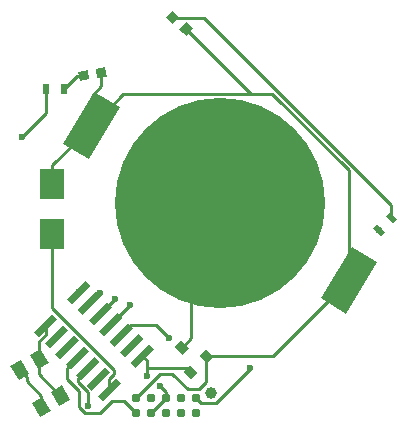
<source format=gbl>
G04 #@! TF.FileFunction,Copper,L2,Bot,Signal*
%FSLAX46Y46*%
G04 Gerber Fmt 4.6, Leading zero omitted, Abs format (unit mm)*
G04 Created by KiCad (PCBNEW 4.0.5+dfsg1-4) date Sat Aug 24 03:06:04 2019*
%MOMM*%
%LPD*%
G01*
G04 APERTURE LIST*
%ADD10C,0.100000*%
%ADD11C,17.800000*%
%ADD12R,2.029460X2.651760*%
%ADD13R,0.500000X0.900000*%
%ADD14C,0.787400*%
%ADD15C,0.990600*%
%ADD16C,0.600000*%
%ADD17C,0.250000*%
G04 APERTURE END LIST*
D10*
G36*
X153617899Y-113354710D02*
X153052213Y-113920396D01*
X152415817Y-113284000D01*
X152981503Y-112718314D01*
X153617899Y-113354710D01*
X153617899Y-113354710D01*
G37*
G36*
X152274396Y-114698213D02*
X151708710Y-115263899D01*
X151072314Y-114627503D01*
X151638000Y-114061817D01*
X152274396Y-114698213D01*
X152274396Y-114698213D01*
G37*
G36*
X151531934Y-112612248D02*
X150966248Y-113177934D01*
X150329852Y-112541538D01*
X150895538Y-111975852D01*
X151531934Y-112612248D01*
X151531934Y-112612248D01*
G37*
G36*
X140907169Y-95330995D02*
X143533863Y-90959442D01*
X145676781Y-92247037D01*
X143050087Y-96618590D01*
X140907169Y-95330995D01*
X140907169Y-95330995D01*
G37*
G36*
X162679219Y-108412963D02*
X165305913Y-104041410D01*
X167448831Y-105329005D01*
X164822137Y-109700558D01*
X162679219Y-108412963D01*
X162679219Y-108412963D01*
G37*
D11*
X154178000Y-100330000D03*
D12*
X139954000Y-102923340D03*
X139954000Y-98752660D03*
D10*
G36*
X148608239Y-112728178D02*
X147052605Y-114283812D01*
X146628341Y-113859548D01*
X148183975Y-112303914D01*
X148608239Y-112728178D01*
X148608239Y-112728178D01*
G37*
G36*
X145779812Y-115556605D02*
X144224178Y-117112239D01*
X143799914Y-116687975D01*
X145355548Y-115132341D01*
X145779812Y-115556605D01*
X145779812Y-115556605D01*
G37*
G36*
X147710214Y-111830153D02*
X146154580Y-113385787D01*
X145730316Y-112961523D01*
X147285950Y-111405889D01*
X147710214Y-111830153D01*
X147710214Y-111830153D01*
G37*
G36*
X144881787Y-114658580D02*
X143326153Y-116214214D01*
X142901889Y-115789950D01*
X144457523Y-114234316D01*
X144881787Y-114658580D01*
X144881787Y-114658580D01*
G37*
G36*
X146812188Y-110932127D02*
X145256554Y-112487761D01*
X144832290Y-112063497D01*
X146387924Y-110507863D01*
X146812188Y-110932127D01*
X146812188Y-110932127D01*
G37*
G36*
X143983761Y-113760554D02*
X142428127Y-115316188D01*
X142003863Y-114891924D01*
X143559497Y-113336290D01*
X143983761Y-113760554D01*
X143983761Y-113760554D01*
G37*
G36*
X145914163Y-110034101D02*
X144358529Y-111589735D01*
X143934265Y-111165471D01*
X145489899Y-109609837D01*
X145914163Y-110034101D01*
X145914163Y-110034101D01*
G37*
G36*
X143085735Y-112862529D02*
X141530101Y-114418163D01*
X141105837Y-113993899D01*
X142661471Y-112438265D01*
X143085735Y-112862529D01*
X143085735Y-112862529D01*
G37*
G36*
X145016137Y-109136076D02*
X143460503Y-110691710D01*
X143036239Y-110267446D01*
X144591873Y-108711812D01*
X145016137Y-109136076D01*
X145016137Y-109136076D01*
G37*
G36*
X142187710Y-111964503D02*
X140632076Y-113520137D01*
X140207812Y-113095873D01*
X141763446Y-111540239D01*
X142187710Y-111964503D01*
X142187710Y-111964503D01*
G37*
G36*
X144118111Y-108238050D02*
X142562477Y-109793684D01*
X142138213Y-109369420D01*
X143693847Y-107813786D01*
X144118111Y-108238050D01*
X144118111Y-108238050D01*
G37*
G36*
X141289684Y-111066477D02*
X139734050Y-112622111D01*
X139309786Y-112197847D01*
X140865420Y-110642213D01*
X141289684Y-111066477D01*
X141289684Y-111066477D01*
G37*
G36*
X143220086Y-107340025D02*
X141664452Y-108895659D01*
X141240188Y-108471395D01*
X142795822Y-106915761D01*
X143220086Y-107340025D01*
X143220086Y-107340025D01*
G37*
G36*
X140391659Y-110168452D02*
X138836025Y-111724086D01*
X138411761Y-111299822D01*
X139967395Y-109744188D01*
X140391659Y-110168452D01*
X140391659Y-110168452D01*
G37*
G36*
X151855811Y-85552489D02*
X151343149Y-86163455D01*
X150732183Y-85650793D01*
X151244845Y-85039827D01*
X151855811Y-85552489D01*
X151855811Y-85552489D01*
G37*
G36*
X150707817Y-84589207D02*
X150195155Y-85200173D01*
X149584189Y-84687511D01*
X150096851Y-84076545D01*
X150707817Y-84589207D01*
X150707817Y-84589207D01*
G37*
G36*
X168536909Y-101082695D02*
X169173305Y-101719091D01*
X168819751Y-102072645D01*
X168183355Y-101436249D01*
X168536909Y-101082695D01*
X168536909Y-101082695D01*
G37*
G36*
X167476249Y-102143355D02*
X168112645Y-102779751D01*
X167759091Y-103133305D01*
X167122695Y-102496909D01*
X167476249Y-102143355D01*
X167476249Y-102143355D01*
G37*
D13*
X140958000Y-90678000D03*
X139458000Y-90678000D03*
D10*
G36*
X144431562Y-88856531D02*
X144556328Y-89644271D01*
X143768588Y-89769037D01*
X143643822Y-88981297D01*
X144431562Y-88856531D01*
X144431562Y-88856531D01*
G37*
G36*
X142951412Y-89090963D02*
X143076178Y-89878703D01*
X142288438Y-90003469D01*
X142163672Y-89215729D01*
X142951412Y-89090963D01*
X142951412Y-89090963D01*
G37*
D14*
X147066000Y-116840000D03*
X148336000Y-116840000D03*
X149606000Y-116840000D03*
X150876000Y-116840000D03*
X152146000Y-116840000D03*
X152146000Y-118110000D03*
X150876000Y-118110000D03*
X149606000Y-118110000D03*
X148336000Y-118110000D03*
X147066000Y-118110000D03*
D15*
X153416000Y-116459000D03*
D10*
G36*
X141465387Y-116997564D02*
X140556061Y-117522564D01*
X139856061Y-116310128D01*
X140765387Y-115785128D01*
X141465387Y-116997564D01*
X141465387Y-116997564D01*
G37*
G36*
X139665387Y-113879872D02*
X138756061Y-114404872D01*
X138056061Y-113192436D01*
X138965387Y-112667436D01*
X139665387Y-113879872D01*
X139665387Y-113879872D01*
G37*
G36*
X139819939Y-117947564D02*
X138910613Y-118472564D01*
X138210613Y-117260128D01*
X139119939Y-116735128D01*
X139819939Y-117947564D01*
X139819939Y-117947564D01*
G37*
G36*
X138019939Y-114829872D02*
X137110613Y-115354872D01*
X136410613Y-114142436D01*
X137319939Y-113617436D01*
X138019939Y-114829872D01*
X138019939Y-114829872D01*
G37*
D16*
X142230137Y-107905710D03*
X144018000Y-107950000D03*
X145288000Y-108458000D03*
X146558000Y-108966000D03*
X149860000Y-111760000D03*
X137215276Y-114486154D03*
X147618290Y-113293863D03*
X137414000Y-94742000D03*
X167617670Y-102638330D03*
X156718000Y-114300000D03*
X148021058Y-115001058D03*
X149098000Y-115824000D03*
X143891838Y-115224265D03*
X150876000Y-116840000D03*
X149606000Y-118110000D03*
X143004442Y-117482558D03*
D17*
X156780000Y-91104999D02*
X152060000Y-86384999D01*
X151563997Y-85888996D02*
X152060000Y-86384999D01*
X144100075Y-89312784D02*
X144100075Y-90453912D01*
X144100075Y-90453912D02*
X143291975Y-91262012D01*
X143291975Y-91262012D02*
X143291975Y-93789016D01*
X145975992Y-91104999D02*
X156780000Y-91104999D01*
X156780000Y-91104999D02*
X158606001Y-91104999D01*
X153016858Y-113319355D02*
X153016858Y-115461142D01*
X153016858Y-115461142D02*
X152356701Y-116121299D01*
X152356701Y-116121299D02*
X151427299Y-116121299D01*
X151427299Y-116121299D02*
X150114000Y-114808000D01*
X150114000Y-114808000D02*
X149098000Y-114808000D01*
X149098000Y-114808000D02*
X147066000Y-116840000D01*
X153016858Y-113319355D02*
X158615654Y-113319355D01*
X158615654Y-113319355D02*
X165064025Y-106870984D01*
X143291975Y-93789016D02*
X145975992Y-91104999D01*
X158606001Y-91104999D02*
X165064025Y-97563023D01*
X165064025Y-97563023D02*
X165064025Y-104343980D01*
X165064025Y-104343980D02*
X165064025Y-106870984D01*
X143291975Y-93789016D02*
X139954000Y-97126991D01*
X139954000Y-97126991D02*
X139954000Y-98752660D01*
X151747786Y-111760000D02*
X151747786Y-102760214D01*
X151747786Y-102760214D02*
X154178000Y-100330000D01*
X150930893Y-112576893D02*
X151747786Y-111760000D01*
X143128162Y-108803735D02*
X143164265Y-108803735D01*
X143164265Y-108803735D02*
X144018000Y-107950000D01*
X144018000Y-107950000D02*
X143981897Y-107950000D01*
X145288000Y-108458000D02*
X145269949Y-108458000D01*
X145269949Y-108458000D02*
X144026188Y-109701761D01*
X146558000Y-108966000D02*
X144924214Y-110599786D01*
X144924214Y-110599786D02*
X146050000Y-109474000D01*
X149860000Y-111760000D02*
X148732863Y-110632863D01*
X148732863Y-110632863D02*
X146687188Y-110632863D01*
X146687188Y-110632863D02*
X146670766Y-110649285D01*
X146670766Y-110649285D02*
X145822239Y-111497812D01*
X150146003Y-84638359D02*
X152775771Y-84638359D01*
X152775771Y-84638359D02*
X168678330Y-100540918D01*
X168678330Y-100540918D02*
X168678330Y-101577670D01*
X140958000Y-90678000D02*
X142088784Y-89547216D01*
X142088784Y-89547216D02*
X142619925Y-89547216D01*
X145206797Y-114472797D02*
X139954000Y-109220000D01*
X139954000Y-109220000D02*
X139954000Y-102923340D01*
X144789863Y-116122290D02*
X144789863Y-115210140D01*
X144789863Y-115210140D02*
X145206797Y-114793206D01*
X145206797Y-114793206D02*
X145206797Y-114472797D01*
X137798421Y-115446421D02*
X139015276Y-116663276D01*
X139015276Y-116663276D02*
X139015276Y-116695556D01*
X139015276Y-116695556D02*
X139015276Y-117603846D01*
X137215276Y-114486154D02*
X137798421Y-115069299D01*
X137798421Y-115069299D02*
X137798421Y-115446421D01*
X149606000Y-116840000D02*
X148336000Y-118110000D01*
X139458000Y-90678000D02*
X139458000Y-92698000D01*
X139458000Y-92698000D02*
X137414000Y-94742000D01*
X152146000Y-116840000D02*
X152585301Y-117279301D01*
X152585301Y-117279301D02*
X153809745Y-117279301D01*
X153809745Y-117279301D02*
X156718000Y-114371046D01*
X156718000Y-114371046D02*
X156718000Y-114300000D01*
X148021058Y-114300000D02*
X148021058Y-113696631D01*
X148021058Y-115001058D02*
X148021058Y-114300000D01*
X148021058Y-114300000D02*
X148047108Y-114273950D01*
X148047108Y-114273950D02*
X151284447Y-114273950D01*
X151284447Y-114273950D02*
X151673355Y-114662858D01*
X148021058Y-113696631D02*
X147618290Y-113293863D01*
X149606000Y-116840000D02*
X149606000Y-116332000D01*
X149606000Y-116332000D02*
X149098000Y-115824000D01*
X138860724Y-113536154D02*
X138860724Y-112014000D01*
X139401710Y-110734137D02*
X139401710Y-111473014D01*
X139401710Y-111473014D02*
X138860724Y-112014000D01*
X138860724Y-113536154D02*
X138860724Y-114853846D01*
X138860724Y-114853846D02*
X140660724Y-116653846D01*
X142993812Y-114326239D02*
X142145285Y-115174766D01*
X142145285Y-115174766D02*
X142145285Y-115492982D01*
X143004442Y-116352139D02*
X143004442Y-117482558D01*
X142145285Y-115492982D02*
X143004442Y-116352139D01*
X142240000Y-117602000D02*
X142240000Y-116224107D01*
X142240000Y-116224107D02*
X141247259Y-115231366D01*
X141247259Y-115231366D02*
X141247259Y-114276741D01*
X141247259Y-114276741D02*
X142095786Y-113428214D01*
X147066000Y-118110000D02*
X146050000Y-117094000D01*
X146050000Y-117094000D02*
X145034000Y-117094000D01*
X145034000Y-117094000D02*
X144018000Y-118110000D01*
X144018000Y-118110000D02*
X142748000Y-118110000D01*
X142748000Y-118110000D02*
X142240000Y-117602000D01*
X141224000Y-114300000D02*
X141247259Y-114276741D01*
M02*

</source>
